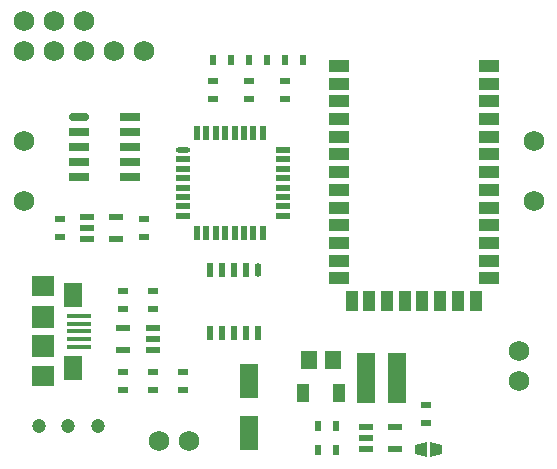
<source format=gbr>
G04 #@! TF.FileFunction,Soldermask,Top*
%FSLAX46Y46*%
G04 Gerber Fmt 4.6, Leading zero omitted, Abs format (unit mm)*
G04 Created by KiCad (PCBNEW (after 2015-may-25 BZR unknown)-product) date 9/14/2015 8:53:30 AM*
%MOMM*%
G01*
G04 APERTURE LIST*
%ADD10C,0.100000*%
%ADD11R,0.900000X0.500000*%
%ADD12R,1.600000X3.000000*%
%ADD13R,1.400000X1.500000*%
%ADD14R,1.000000X1.500000*%
%ADD15R,1.900000X1.900000*%
%ADD16R,1.900000X1.800000*%
%ADD17R,1.600000X2.100000*%
%ADD18R,2.000000X0.400000*%
%ADD19R,1.500000X4.200000*%
%ADD20C,1.750000*%
%ADD21R,0.500000X0.900000*%
%ADD22C,1.200000*%
%ADD23R,1.300000X0.550000*%
%ADD24O,1.200000X0.500000*%
%ADD25R,1.200000X0.500000*%
%ADD26R,0.500000X1.200000*%
%ADD27O,0.580000X1.180000*%
%ADD28R,0.580000X1.180000*%
%ADD29R,1.750000X1.000000*%
%ADD30R,1.000000X1.750000*%
%ADD31O,1.750000X0.760000*%
%ADD32R,1.750000X0.760000*%
G04 APERTURE END LIST*
D10*
D11*
X126238000Y-88138000D03*
X126238000Y-86614000D03*
D12*
X142240000Y-104775000D03*
X142240000Y-100375000D03*
D13*
X147320000Y-98552000D03*
X149370000Y-98552000D03*
D11*
X133350000Y-86614000D03*
X133350000Y-88138000D03*
X157226000Y-103886000D03*
X157226000Y-102362000D03*
X131572000Y-94234000D03*
X131572000Y-92710000D03*
X134112000Y-94234000D03*
X134112000Y-92710000D03*
D14*
X149860000Y-101346000D03*
X146860000Y-101346000D03*
D11*
X136652000Y-99568000D03*
X136652000Y-101092000D03*
X145288000Y-76454000D03*
X145288000Y-74930000D03*
X142240000Y-76454000D03*
X142240000Y-74930000D03*
X139192000Y-76454000D03*
X139192000Y-74930000D03*
D15*
X124841000Y-97339000D03*
X124841000Y-94939000D03*
D16*
X124841000Y-99939000D03*
X124841000Y-92339000D03*
D17*
X127391000Y-93039000D03*
X127391000Y-99239000D03*
D18*
X127841000Y-95489000D03*
X127841000Y-96139000D03*
X127841000Y-96789000D03*
X127841000Y-97439000D03*
X127841000Y-94839000D03*
D10*
G36*
X157615000Y-105547000D02*
X158615000Y-105797000D01*
X158615000Y-106547000D01*
X157615000Y-106797000D01*
X157615000Y-105547000D01*
X157615000Y-105547000D01*
G37*
G36*
X156345000Y-105797000D02*
X157345000Y-105547000D01*
X157345000Y-106797000D01*
X156345000Y-106547000D01*
X156345000Y-105797000D01*
X156345000Y-105797000D01*
G37*
D19*
X152146000Y-100076000D03*
X154846000Y-100076000D03*
D20*
X125730000Y-69850000D03*
X123190000Y-72390000D03*
X125730000Y-72390000D03*
X128270000Y-72390000D03*
X130810000Y-72390000D03*
X165100000Y-97790000D03*
X165100000Y-100330000D03*
X166370000Y-80010000D03*
X166370000Y-85090000D03*
X123190000Y-80010000D03*
X123190000Y-85090000D03*
D21*
X148082000Y-104140000D03*
X149606000Y-104140000D03*
X149606000Y-106172000D03*
X148082000Y-106172000D03*
D11*
X134112000Y-101092000D03*
X134112000Y-99568000D03*
X131572000Y-99568000D03*
X131572000Y-101092000D03*
D21*
X145288000Y-73152000D03*
X146812000Y-73152000D03*
X142240000Y-73152000D03*
X143764000Y-73152000D03*
X139192000Y-73152000D03*
X140716000Y-73152000D03*
D22*
X124460000Y-104140000D03*
X126960000Y-104140000D03*
X129460000Y-104140000D03*
D23*
X128524000Y-86426000D03*
X128524000Y-87376000D03*
X128524000Y-88326000D03*
X131024000Y-88326000D03*
X131024000Y-86426000D03*
X152146000Y-104206000D03*
X152146000Y-105156000D03*
X152146000Y-106106000D03*
X154646000Y-106106000D03*
X154646000Y-104206000D03*
X134112000Y-97724000D03*
X134112000Y-96774000D03*
X134112000Y-95824000D03*
X131612000Y-95824000D03*
X131612000Y-97724000D03*
D24*
X136652000Y-80766000D03*
D25*
X136652000Y-81566000D03*
X136652000Y-82366000D03*
X136652000Y-83166000D03*
X136652000Y-83966000D03*
X136652000Y-84766000D03*
X136652000Y-85566000D03*
X136652000Y-86366000D03*
X145112000Y-86366000D03*
X145112000Y-85566000D03*
X145112000Y-84766000D03*
X145112000Y-83966000D03*
X145112000Y-83166000D03*
X145112000Y-82366000D03*
X145112000Y-81566000D03*
X145112000Y-80766000D03*
D26*
X137852000Y-87816000D03*
X138652000Y-87816000D03*
X139452000Y-87816000D03*
X140252000Y-87816000D03*
X141052000Y-87816000D03*
X141852000Y-87816000D03*
X142652000Y-87816000D03*
X143452000Y-87816000D03*
X143452000Y-79316000D03*
X142652000Y-79316000D03*
X141852000Y-79316000D03*
X141052000Y-79316000D03*
X140252000Y-79316000D03*
X139452000Y-79316000D03*
X138652000Y-79316000D03*
X137852000Y-79316000D03*
D27*
X143002000Y-90932000D03*
D28*
X142002000Y-90932000D03*
X141002000Y-90932000D03*
X140002000Y-90932000D03*
X139002000Y-90932000D03*
X139002000Y-96252000D03*
X140002000Y-96252000D03*
X141002000Y-96252000D03*
X142002000Y-96252000D03*
X143002000Y-96252000D03*
D29*
X149860000Y-73660000D03*
X149860000Y-75160000D03*
X149860000Y-76660000D03*
X149860000Y-78160000D03*
X149860000Y-79660000D03*
X149860000Y-81160000D03*
X149860000Y-82660000D03*
X149860000Y-84160000D03*
X149860000Y-85660000D03*
X149860000Y-87160000D03*
X149860000Y-88660000D03*
X149860000Y-90160000D03*
X149860000Y-91660000D03*
X162560000Y-91660000D03*
X162560000Y-90160000D03*
X162560000Y-88660000D03*
X162560000Y-87160000D03*
X162560000Y-85660000D03*
X162560000Y-84160000D03*
X162560000Y-82660000D03*
X162560000Y-81160000D03*
X162560000Y-79660000D03*
X162560000Y-78160000D03*
X162560000Y-76660000D03*
X162560000Y-75160000D03*
X162560000Y-73660000D03*
D30*
X150960000Y-93560000D03*
X152460000Y-93560000D03*
X153960000Y-93560000D03*
X155460000Y-93560000D03*
X156960000Y-93560000D03*
X158460000Y-93560000D03*
X159960000Y-93560000D03*
X161460000Y-93560000D03*
D31*
X127873000Y-78018000D03*
D32*
X132223000Y-78018000D03*
X127873000Y-79288000D03*
X132223000Y-79288000D03*
X127873000Y-80558000D03*
X132223000Y-80558000D03*
X127873000Y-81828000D03*
X132223000Y-81828000D03*
X127873000Y-83098000D03*
X132223000Y-83098000D03*
D20*
X137160000Y-105410000D03*
X134620000Y-105410000D03*
X128270000Y-69850000D03*
X133350000Y-72390000D03*
X123190000Y-69850000D03*
M02*

</source>
